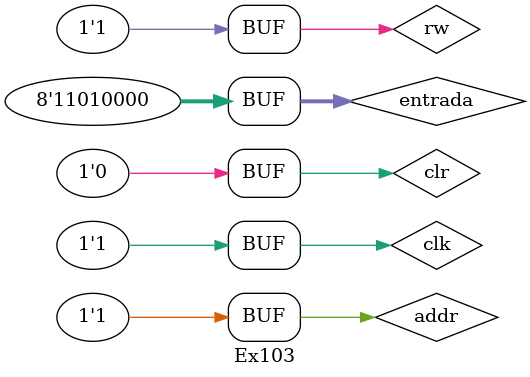
<source format=v>

`include "Exercicio101.v" 

module Exercicio103(output [7:0]saida, input [7:0]inp, input clk, input addr, input rw,  input clr );

	Exercicio101 mem1(saida[7:4], inp[7:4], clk, addr, rw, clr);
	Exercicio101 mem2(saida[3:0], inp[3:0], clk, addr, rw, clr);	

endmodule	

module Ex103; 

	reg [7:0]entrada;
	reg clk;
	reg addr;
	reg rw;
	reg clr; 
	wire [7:0]saida;
	
	Exercicio103 mod1 (saida, entrada, clk, addr, rw, clr);
	 
	initial begin
	$display("Entrada\t  Clk\tAddr\tR/W\tClr\tSaida\n");
	#1 entrada = 11100101;  clk = 0;  addr = 0;  rw = 0;  clr = 1;
	$monitor("%8b\t%3b\t%3b\t%3b\t%3b\t%8b",entrada, clk, addr, rw, clr, saida);
	#1 entrada = 11010000;  clk = 1;  addr = 1;  rw = 1;  clr = 0;
	end
		 
endmodule 
			 
</source>
